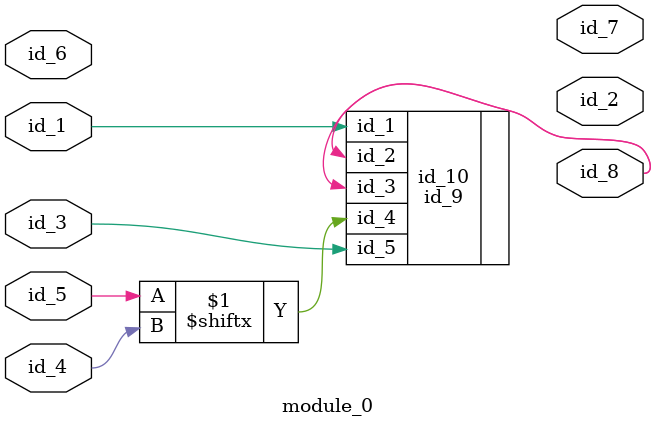
<source format=v>
module module_0 (
    id_1,
    id_2,
    id_3,
    id_4,
    id_5,
    id_6,
    id_7,
    id_8
);
  output id_8;
  output id_7;
  input id_6;
  input id_5;
  input id_4;
  input id_3;
  output id_2;
  input id_1;
  id_9 id_10 (
      .id_3(id_8),
      .id_4(id_5[id_4]),
      .id_2(id_4),
      .id_5(id_3),
      .id_2(id_8),
      .id_1(id_1)
  );
endmodule

</source>
